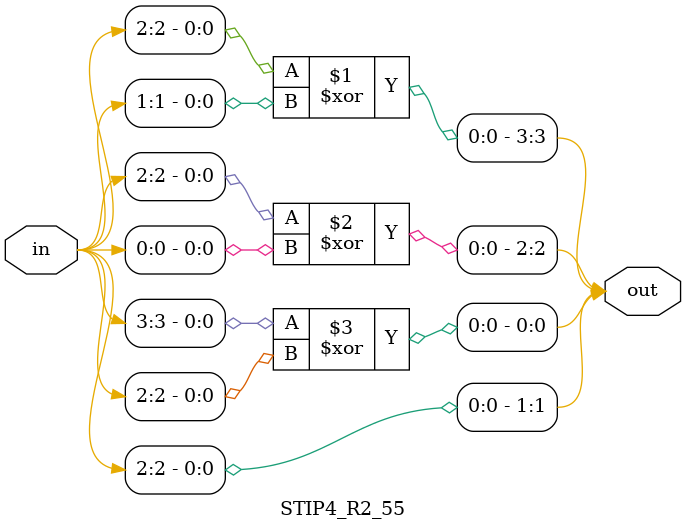
<source format=v>
module  STIP4_R2_55(in,out);
input[3:0] in;
output[3:0] out;
wire[3:0] out;
assign out[3]=in[2]^in[1];
assign out[2]=in[2]^in[0];
assign out[1]=in[2];
assign out[0]=in[3]^in[2];
endmodule

</source>
